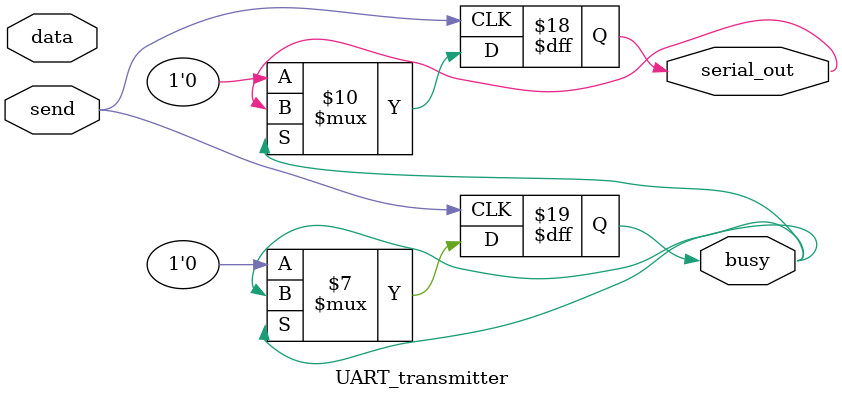
<source format=v>
`timescale 1ns / 1ps
module UART_transmitter(
    input send,
    input [DATA_WIDTH-1:0] data,
    output reg serial_out,
    output reg busy
    );

    parameter DATA_WIDTH = 7;
    parameter bud = 10;
    reg [DATA_WIDTH-1:0] data_reg;
	 integer i;

    initial begin
        data_reg <= 0;
        serial_out <= 0;
        busy <= 0;
    end

    always @(posedge send) begin
	     if (~busy) begin
		      busy = 1'b1;
		      data_reg = data;
            serial_out = 1'b1;
            #bud serial_out = ^data_reg;
            
            for (i = 0; i < DATA_WIDTH; i = i + 1) begin
                #bud serial_out = data_reg[i];
            end
		      #bud serial_out = 1'b1; // stop signal
				#bud serial_out = 1'b0; // reset the dataline
				busy = 1'b0;
		  end
        
    end
endmodule
</source>
